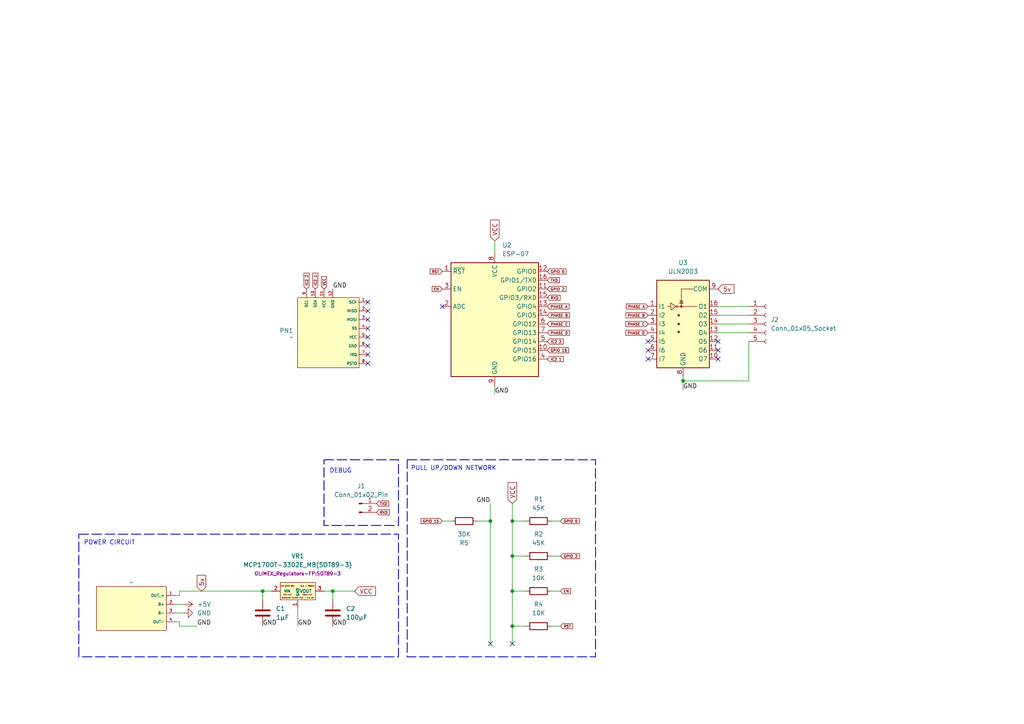
<source format=kicad_sch>
(kicad_sch (version 20250114) (generator "eeschema") (generator_version "9.0")
  (paper "A4")
  (lib_symbols
    (symbol "Connector:Conn_01x02_Pin" (pin_names (offset 1.016) (hide yes))
      (property "Reference" "J" (at 0 2.54 0))
      (property "Value" "Conn_01x02_Pin" (at 0 -5.08 0))
      (symbol "Conn_01x02_Pin_1_1"
        (rectangle (start 0.8636 0.127) (end 0 -0.127) (stroke (width 0.1524)) (fill (type outline)))
        (rectangle (start 0.8636 -2.413) (end 0 -2.667) (stroke (width 0.1524)) (fill (type outline)))
        (polyline (pts (xy 1.27 0) (xy 0.8636 0)) (stroke (width 0.1524)))
        (polyline (pts (xy 1.27 -2.54) (xy 0.8636 -2.54)) (stroke (width 0.1524)))
        (pin passive line (at 5.08 0 180) (length 3.81) (name "Pin_1") (number "1"))
        (pin passive line (at 5.08 -2.54 180) (length 3.81) (name "Pin_2") (number "2"))
      )
    )
    (symbol "Connector:Conn_01x05_Socket" (pin_names (offset 1.016) (hide yes))
      (property "Reference" "J" (at 0 7.62 0))
      (property "Value" "Conn_01x05_Socket" (at 0 -7.62 0))
      (symbol "Conn_01x05_Socket_1_1"
        (polyline (pts (xy -1.27 5.08) (xy -0.508 5.08)) (stroke (width 0.1524)))
        (polyline (pts (xy -1.27 2.54) (xy -0.508 2.54)) (stroke (width 0.1524)))
        (polyline (pts (xy -1.27 0) (xy -0.508 0)) (stroke (width 0.1524)))
        (polyline (pts (xy -1.27 -2.54) (xy -0.508 -2.54)) (stroke (width 0.1524)))
        (polyline (pts (xy -1.27 -5.08) (xy -0.508 -5.08)) (stroke (width 0.1524)))
        (arc (start 0 4.572) (mid -0.5058 5.08) (end 0 5.588) (stroke (width 0.1524)))
        (arc (start 0 2.032) (mid -0.5058 2.54) (end 0 3.048) (stroke (width 0.1524)))
        (arc (start 0 -0.508) (mid -0.5058 0) (end 0 0.508) (stroke (width 0.1524)))
        (arc (start 0 -3.048) (mid -0.5058 -2.54) (end 0 -2.032) (stroke (width 0.1524)))
        (arc (start 0 -5.588) (mid -0.5058 -5.08) (end 0 -4.572) (stroke (width 0.1524)))
        (pin passive line (at -5.08 5.08 0) (length 3.81) (name "Pin_1") (number "1"))
        (pin passive line (at -5.08 2.54 0) (length 3.81) (name "Pin_2") (number "2"))
        (pin passive line (at -5.08 0 0) (length 3.81) (name "Pin_3") (number "3"))
        (pin passive line (at -5.08 -2.54 0) (length 3.81) (name "Pin_4") (number "4"))
        (pin passive line (at -5.08 -5.08 0) (length 3.81) (name "Pin_5") (number "5"))
      )
    )
    (symbol "Device:C" (pin_numbers (hide yes)) (pin_names (offset 0.254))
      (property "Reference" "C" (at 0.635 2.54 0))
      (property "Value" "C" (at 0.635 -2.54 0))
      (symbol "C_0_1"
        (polyline (pts (xy -2.032 0.762) (xy 2.032 0.762)) (stroke (width 0.508)))
        (polyline (pts (xy -2.032 -0.762) (xy 2.032 -0.762)) (stroke (width 0.508)))
      )
      (symbol "C_1_1"
        (pin passive line (at 0 3.81 270) (length 2.794) (name "~") (number "1"))
        (pin passive line (at 0 -3.81 90) (length 2.794) (name "~") (number "2"))
      )
    )
    (symbol "Device:R" (pin_numbers (hide yes)) (pin_names (offset 0))
      (property "Reference" "R" (at 2.032 0 90))
      (property "Value" "R" (at 0 0 90))
      (symbol "R_0_1"
        (rectangle (start -1.016 -2.54) (end 1.016 2.54) (stroke (width 0.254)))
      )
      (symbol "R_1_1"
        (pin passive line (at 0 3.81 270) (length 1.27) (name "~") (number "1"))
        (pin passive line (at 0 -3.81 90) (length 1.27) (name "~") (number "2"))
      )
    )
    (symbol "OLIMEX_Regulators:MCP1700T-3302E_MB(SOT89-3)" (pin_names (offset 1.016))
      (property "Reference" "VR" (at -1.27 5.08 0))
      (property "Value" "MCP1700T-3302E_MB(SOT89-3)" (at -12.7 3.175 0))
      (property "Footprint" "OLIMEX_Regulators-FP:SOT89-3" (at 0 -7.62 0))
      (symbol "MCP1700T-3302E_MB(SOT89-3)_1_0"
        (rectangle (start -5.08 2.54) (end 5.08 -2.54) (fill (type background)))
        (text "Vin=(2.3-6)V" (at -2.921 1.524 0) (effects (font (size 0.381 0.381))))
        (text "Cin=1uF" (at -2.921 -1.016 0) (effects (font (size 0.381 0.381))))
        (text "Quiescent Current (Typ. = 1.6 uA)" (at 0 -1.905 0) (effects (font (size 0.3556 0.3556) (bold yes) (italic yes))))
        (text "Iout = 250mA" (at 2.794 1.524 0) (effects (font (size 0.381 0.381))))
        (text "Cout=1uF" (at 2.794 -1.016 0) (effects (font (size 0.381 0.381))))
      )
      (symbol "MCP1700T-3302E_MB(SOT89-3)_1_1"
        (pin input line (at -7.62 0 0) (length 2.54) (name "VIN") (number "2"))
        (pin power_in line (at 0 -5.08 90) (length 2.54) (name "GND") (number "1"))
        (pin power_out line (at 7.62 0 180) (length 2.54) (name "VOUT") (number "3"))
      )
    )
    (symbol "RF_Module:ESP-07"
      (property "Reference" "U" (at -12.7 19.05 0))
      (property "Value" "ESP-07" (at 12.7 19.05 0))
      (symbol "ESP-07_0_1"
        (rectangle (start -12.7 17.78) (end 12.7 -15.24) (stroke (width 0.254)) (fill (type background)))
      )
      (symbol "ESP-07_1_1"
        (pin input line (at -15.24 15.24 0) (length 2.54) (name "~{RST}") (number "1"))
        (pin input line (at -15.24 10.16 0) (length 2.54) (name "EN") (number "3"))
        (pin input line (at -15.24 5.08 0) (length 2.54) (name "ADC") (number "2"))
        (pin power_in line (at 0 20.32 270) (length 2.54) (name "VCC") (number "8"))
        (pin power_in line (at 0 -17.78 90) (length 2.54) (name "GND") (number "9"))
        (pin bidirectional line (at 15.24 15.24 180) (length 2.54) (name "GPIO0") (number "12"))
        (pin bidirectional line (at 15.24 12.7 180) (length 2.54) (name "GPIO1/TXD") (number "16"))
        (pin bidirectional line (at 15.24 10.16 180) (length 2.54) (name "GPIO2") (number "11"))
        (pin bidirectional line (at 15.24 7.62 180) (length 2.54) (name "GPIO3/RXD") (number "15"))
        (pin bidirectional line (at 15.24 5.08 180) (length 2.54) (name "GPIO4") (number "13"))
        (pin bidirectional line (at 15.24 2.54 180) (length 2.54) (name "GPIO5") (number "14"))
        (pin bidirectional line (at 15.24 0 180) (length 2.54) (name "GPIO12") (number "6"))
        (pin bidirectional line (at 15.24 -2.54 180) (length 2.54) (name "GPIO13") (number "7"))
        (pin bidirectional line (at 15.24 -5.08 180) (length 2.54) (name "GPIO14") (number "5"))
        (pin bidirectional line (at 15.24 -7.62 180) (length 2.54) (name "GPIO15") (number "10"))
        (pin bidirectional line (at 15.24 -10.16 180) (length 2.54) (name "GPIO16") (number "4"))
      )
    )
    (symbol "Transistor_Array:ULN2003"
      (property "Reference" "U" (at 0 15.875 0))
      (property "Value" "ULN2003" (at 0 13.97 0))
      (symbol "ULN2003_0_1"
        (rectangle (start -7.62 -12.7) (end 7.62 12.7) (stroke (width 0.254)) (fill (type background)))
        (polyline (pts (xy -4.572 5.08) (xy -3.556 5.08)))
        (polyline (pts (xy -3.556 6.096) (xy -3.556 4.064) (xy -2.032 5.08) (xy -3.556 6.096)))
        (circle (center -1.778 5.08) (radius 0.254))
        (polyline (pts (xy -1.524 5.08) (xy 4.064 5.08)))
        (circle (center -1.27 2.54) (radius 0.254) (fill (type outline)))
        (circle (center -1.27 0) (radius 0.254) (fill (type outline)))
        (circle (center -1.27 -2.286) (radius 0.254) (fill (type outline)))
        (circle (center -0.508 5.08) (radius 0.254) (fill (type outline)))
        (polyline (pts (xy -0.508 5.08) (xy -0.508 10.16) (xy 2.921 10.16)))
        (polyline (pts (xy 0 6.731) (xy -1.016 6.731)))
        (polyline (pts (xy 0 5.969) (xy -1.016 5.969) (xy -0.508 6.731) (xy 0 5.969)))
      )
      (symbol "ULN2003_1_1"
        (pin input line (at -10.16 5.08 0) (length 2.54) (name "I1") (number "1"))
        (pin input line (at -10.16 2.54 0) (length 2.54) (name "I2") (number "2"))
        (pin input line (at -10.16 0 0) (length 2.54) (name "I3") (number "3"))
        (pin input line (at -10.16 -2.54 0) (length 2.54) (name "I4") (number "4"))
        (pin input line (at -10.16 -5.08 0) (length 2.54) (name "I5") (number "5"))
        (pin input line (at -10.16 -7.62 0) (length 2.54) (name "I6") (number "6"))
        (pin input line (at -10.16 -10.16 0) (length 2.54) (name "I7") (number "7"))
        (pin power_in line (at 0 -15.24 90) (length 2.54) (name "GND") (number "8"))
        (pin passive line (at 10.16 10.16 180) (length 2.54) (name "COM") (number "9"))
        (pin open_collector line (at 10.16 5.08 180) (length 2.54) (name "O1") (number "16"))
        (pin open_collector line (at 10.16 2.54 180) (length 2.54) (name "O2") (number "15"))
        (pin open_collector line (at 10.16 0 180) (length 2.54) (name "O3") (number "14"))
        (pin open_collector line (at 10.16 -2.54 180) (length 2.54) (name "O4") (number "13"))
        (pin open_collector line (at 10.16 -5.08 180) (length 2.54) (name "O5") (number "12"))
        (pin open_collector line (at 10.16 -7.62 180) (length 2.54) (name "O6") (number "11"))
        (pin open_collector line (at 10.16 -10.16 180) (length 2.54) (name "O7") (number "10"))
      )
    )
    (symbol "msv-pcb-utils:PN532 Module V3"
      (property "Reference" "PN532" (at -0.508 -0.508 0))
      (symbol "PN532 Module V3_1_0"
        (rectangle (start -8.89 10.16) (end 8.89 -10.16) (fill (type background)))
      )
      (symbol "PN532 Module V3_1_1"
        (pin bidirectional line (at -6.35 12.7 270) (length 2.54) (name "SCL") (number "9"))
        (pin bidirectional line (at -3.81 12.7 270) (length 2.54) (name "SDA") (number "10"))
        (pin power_in line (at -1.27 12.7 270) (length 2.54) (name "VCC") (number "11"))
        (pin power_in line (at 1.27 12.7 270) (length 2.54) (name "GND") (number "12"))
        (pin bidirectional line (at 11.43 8.89 180) (length 2.54) (name "SCK") (number "1"))
        (pin bidirectional line (at 11.43 6.35 180) (length 2.54) (name "MISO") (number "2"))
        (pin bidirectional line (at 11.43 3.81 180) (length 2.54) (name "MOSI") (number "3"))
        (pin bidirectional line (at 11.43 1.27 180) (length 2.54) (name "SS") (number "4"))
        (pin power_in line (at 11.43 -1.27 180) (length 2.54) (name "VCC") (number "5"))
        (pin power_in line (at 11.43 -3.81 180) (length 2.54) (name "GND") (number "6"))
        (pin bidirectional line (at 11.43 -6.35 180) (length 2.54) (name "IRQ") (number "7"))
        (pin bidirectional line (at 11.43 -8.89 180) (length 2.54) (name "RSTO") (number "8"))
      )
    )
    (symbol "msv-pcb-utils:TP4056_Charging_Module_Type_C"
      (symbol "TP4056_Charging_Module_Type_C_1_0"
        (rectangle (start -10.16 6.35) (end 10.16 -6.35) (fill (type background)))
      )
      (symbol "TP4056_Charging_Module_Type_C_1_1"
        (pin power_out line (at 12.7 3.81 180) (length 2.54) (name "OUT_+") (number "1"))
        (pin power_out line (at 12.7 1.27 180) (length 2.54) (name "B+") (number "2"))
        (pin power_in line (at 12.7 -1.27 180) (length 2.54) (name "B-") (number "3"))
        (pin power_out line (at 12.7 -3.81 180) (length 2.54) (name "OUT-") (number "4"))
      )
    )
    (symbol "power:+5V" (power) (pin_numbers (hide yes)) (pin_names (offset 0) (hide yes))
      (property "Value" "+5V" (at 0 3.556 0))
      (symbol "+5V_0_1"
        (polyline (pts (xy -0.762 1.27) (xy 0 2.54)))
        (polyline (pts (xy 0 2.54) (xy 0.762 1.27)))
        (polyline (pts (xy 0 0) (xy 0 2.54)))
      )
      (symbol "+5V_1_1"
        (pin power_in line (at 0 0 90) (length 0) (name "~") (number "1"))
      )
    )
    (symbol "power:GND" (power) (pin_numbers (hide yes)) (pin_names (offset 0) (hide yes))
      (property "Value" "GND" (at 0 -3.81 0))
      (symbol "GND_0_1"
        (polyline (pts (xy 0 0) (xy 0 -1.27) (xy 1.27 -1.27) (xy 0 -2.54) (xy -1.27 -1.27) (xy 0 -1.27)))
      )
      (symbol "GND_1_1"
        (pin power_in line (at 0 0 270) (length 0) (name "~") (number "1"))
      )
    )
  )
  (rectangle (start 22.86 154.94) (end 115.57 190.5) (stroke (width 0.254) (type dash)))
  (rectangle (start 118.11 133.35) (end 172.72 190.5) (stroke (width 0.254) (type dash)))
  (rectangle (start 93.98 133.35) (end 115.57 152.4) (stroke (width 0.254) (type dash)))
  (text "PULL UP/DOWN NETWORK" (at 131.572 135.89 0) (effects (font (size 1.27 1.27))))
  (text "POWER CIRCUIT" (at 31.75 157.48 0) (effects (font (size 1.27 1.27))))
  (text "DEBUG" (at 98.806 136.652 0) (effects (font (size 1.27 1.27))))
  (junction (at 148.59 181.61))
  (junction (at 148.59 171.45))
  (junction (at 96.52 171.45))
  (junction (at 198.12 110.49))
  (junction (at 76.2 171.45))
  (junction (at 142.24 151.13))
  (junction (at 148.59 161.29))
  (junction (at 148.59 151.13))
  (no_connect (at 106.68 95.25))
  (no_connect (at 106.68 90.17))
  (no_connect (at 208.28 99.06))
  (no_connect (at 106.68 102.87))
  (no_connect (at 148.59 186.69))
  (no_connect (at 106.68 87.63))
  (no_connect (at 187.96 101.6))
  (no_connect (at 128.27 88.9))
  (no_connect (at 106.68 97.79))
  (no_connect (at 187.96 104.14))
  (no_connect (at 106.68 105.41))
  (no_connect (at 208.28 101.6))
  (no_connect (at 142.24 186.69))
  (no_connect (at 106.68 100.33))
  (no_connect (at 208.28 104.14))
  (no_connect (at 187.96 99.06))
  (no_connect (at 106.68 92.71))
  (wire (pts (xy 208.28 91.44) (xy 217.17 91.44)))
  (wire (pts (xy 76.2 171.45) (xy 76.2 173.99)))
  (wire (pts (xy 142.24 146.05) (xy 142.24 151.13)))
  (wire (pts (xy 52.07 181.61) (xy 57.15 181.61)))
  (wire (pts (xy 148.59 171.45) (xy 148.59 181.61)))
  (wire (pts (xy 148.59 146.05) (xy 148.59 151.13)))
  (wire (pts (xy 148.59 181.61) (xy 152.4 181.61)))
  (wire (pts (xy 52.07 171.45) (xy 76.2 171.45)))
  (wire (pts (xy 160.02 181.61) (xy 162.56 181.61)))
  (wire (pts (xy 208.28 96.52) (xy 217.17 96.52)))
  (wire (pts (xy 96.52 171.45) (xy 96.52 173.99)))
  (wire (pts (xy 148.59 151.13) (xy 148.59 161.29)))
  (wire (pts (xy 217.17 99.06) (xy 217.17 110.49)))
  (wire (pts (xy 143.51 69.85) (xy 143.51 73.66)))
  (wire (pts (xy 130.81 151.13) (xy 128.27 151.13)))
  (wire (pts (xy 160.02 161.29) (xy 162.56 161.29)))
  (wire (pts (xy 198.12 110.49) (xy 198.12 109.22)))
  (wire (pts (xy 160.02 151.13) (xy 162.56 151.13)))
  (wire (pts (xy 93.98 171.45) (xy 96.52 171.45)))
  (wire (pts (xy 148.59 186.69) (xy 148.59 181.61)))
  (wire (pts (xy 208.28 88.9) (xy 217.17 88.9)))
  (wire (pts (xy 52.07 180.34) (xy 52.07 181.61)))
  (wire (pts (xy 50.8 180.34) (xy 52.07 180.34)))
  (wire (pts (xy 160.02 171.45) (xy 162.56 171.45)))
  (wire (pts (xy 208.28 93.98) (xy 217.17 93.98)))
  (wire (pts (xy 143.51 111.76) (xy 143.51 114.3)))
  (wire (pts (xy 50.8 177.8) (xy 53.34 177.8)))
  (wire (pts (xy 198.12 113.03) (xy 198.12 110.49)))
  (wire (pts (xy 50.8 175.26) (xy 53.34 175.26)))
  (wire (pts (xy 217.17 110.49) (xy 198.12 110.49)))
  (wire (pts (xy 86.36 181.61) (xy 86.36 176.53)))
  (wire (pts (xy 50.8 172.72) (xy 52.07 172.72)))
  (wire (pts (xy 148.59 161.29) (xy 152.4 161.29)))
  (wire (pts (xy 52.07 172.72) (xy 52.07 171.45)))
  (wire (pts (xy 148.59 151.13) (xy 152.4 151.13)))
  (wire (pts (xy 142.24 151.13) (xy 142.24 186.69)))
  (wire (pts (xy 148.59 161.29) (xy 148.59 171.45)))
  (wire (pts (xy 138.43 151.13) (xy 142.24 151.13)))
  (wire (pts (xy 96.52 171.45) (xy 102.87 171.45)))
  (wire (pts (xy 148.59 171.45) (xy 152.4 171.45)))
  (wire (pts (xy 78.74 171.45) (xy 76.2 171.45)))
  (label "GND" (at 143.51 114.3 0))
  (label "GND" (at 86.36 181.61 0))
  (label "GND" (at 76.2 181.61 0))
  (label "GND" (at 57.15 181.61 0))
  (label "GND" (at 96.52 181.61 0))
  (label "GND" (at 142.24 146.05 180))
  (label "GND" (at 198.12 113.03 0))
  (label "GND" (at 96.52 83.82 0))
  (global_label "PHASE B" (shape input) (at 187.96 91.44 180) (effects (font (size 0.762 0.762))) (property "Intersheetrefs" "${INTERSHEET_REFS}" (effects (hide yes))))
  (global_label "VCC" (shape input) (at 102.87 171.45 0) (property "Intersheetrefs" "${INTERSHEET_REFS}" (effects (hide yes))))
  (global_label "TXD" (shape input) (at 109.22 146.05 0) (effects (font (size 0.762 0.762))) (property "Intersheetrefs" "${INTERSHEET_REFS}" (effects (hide yes))))
  (global_label "IC2 2" (shape input) (at 158.75 99.06 0) (effects (font (size 0.762 0.762))) (property "Intersheetrefs" "${INTERSHEET_REFS}" (effects (hide yes))))
  (global_label "PHASE B" (shape input) (at 158.75 91.44 0) (effects (font (size 0.762 0.762))) (property "Intersheetrefs" "${INTERSHEET_REFS}" (effects (hide yes))))
  (global_label "EN" (shape input) (at 128.27 83.82 180) (effects (font (size 0.762 0.762))) (property "Intersheetrefs" "${INTERSHEET_REFS}" (effects (hide yes))))
  (global_label "IC2 1" (shape input) (at 91.44 83.82 90) (effects (font (size 0.762 0.762))) (property "Intersheetrefs" "${INTERSHEET_REFS}" (effects (hide yes))))
  (global_label "PHASE C" (shape input) (at 187.96 93.98 180) (effects (font (size 0.762 0.762))) (property "Intersheetrefs" "${INTERSHEET_REFS}" (effects (hide yes))))
  (global_label "RXD" (shape input) (at 109.22 148.59 0) (effects (font (size 0.762 0.762))) (property "Intersheetrefs" "${INTERSHEET_REFS}" (effects (hide yes))))
  (global_label "GPIO 0" (shape input) (at 162.56 151.13 0) (effects (font (size 0.762 0.762))) (property "Intersheetrefs" "${INTERSHEET_REFS}" (effects (hide yes))))
  (global_label "5v" (shape input) (at 58.42 171.45 90) (property "Intersheetrefs" "${INTERSHEET_REFS}" (effects (hide yes))))
  (global_label "PHASE A" (shape input) (at 158.75 88.9 0) (effects (font (size 0.762 0.762))) (property "Intersheetrefs" "${INTERSHEET_REFS}" (effects (hide yes))))
  (global_label "VCC" (shape input) (at 148.59 146.05 90) (property "Intersheetrefs" "${INTERSHEET_REFS}" (effects (hide yes))))
  (global_label "IC2 2" (shape input) (at 88.9 83.82 90) (effects (font (size 0.762 0.762))) (property "Intersheetrefs" "${INTERSHEET_REFS}" (effects (hide yes))))
  (global_label "TXD" (shape input) (at 158.75 81.28 0) (effects (font (size 0.762 0.762))) (property "Intersheetrefs" "${INTERSHEET_REFS}" (effects (hide yes))))
  (global_label "VCC" (shape input) (at 143.51 69.85 90) (property "Intersheetrefs" "${INTERSHEET_REFS}" (effects (hide yes))))
  (global_label "RST" (shape input) (at 128.27 78.74 180) (effects (font (size 0.762 0.762))) (property "Intersheetrefs" "${INTERSHEET_REFS}" (effects (hide yes))))
  (global_label "GPIO 15" (shape input) (at 158.75 101.6 0) (effects (font (size 0.762 0.762))) (property "Intersheetrefs" "${INTERSHEET_REFS}" (effects (hide yes))))
  (global_label "IC2 1" (shape input) (at 158.75 104.14 0) (effects (font (size 0.762 0.762))) (property "Intersheetrefs" "${INTERSHEET_REFS}" (effects (hide yes))))
  (global_label "RST" (shape input) (at 162.56 181.61 0) (effects (font (size 0.762 0.762))) (property "Intersheetrefs" "${INTERSHEET_REFS}" (effects (hide yes))))
  (global_label "5v" (shape input) (at 208.28 83.82 0) (property "Intersheetrefs" "${INTERSHEET_REFS}" (effects (hide yes))))
  (global_label "PHASE D" (shape input) (at 187.96 96.52 180) (effects (font (size 0.762 0.762))) (property "Intersheetrefs" "${INTERSHEET_REFS}" (effects (hide yes))))
  (global_label "GPIO 0" (shape input) (at 158.75 78.74 0) (effects (font (size 0.762 0.762))) (property "Intersheetrefs" "${INTERSHEET_REFS}" (effects (hide yes))))
  (global_label "GPIO 2" (shape input) (at 158.75 83.82 0) (effects (font (size 0.762 0.762))) (property "Intersheetrefs" "${INTERSHEET_REFS}" (effects (hide yes))))
  (global_label "PHASE A" (shape input) (at 187.96 88.9 180) (effects (font (size 0.762 0.762))) (property "Intersheetrefs" "${INTERSHEET_REFS}" (effects (hide yes))))
  (global_label "PHASE C" (shape input) (at 158.75 93.98 0) (effects (font (size 0.762 0.762))) (property "Intersheetrefs" "${INTERSHEET_REFS}" (effects (hide yes))))
  (global_label "GPIO 2" (shape input) (at 162.56 161.29 0) (effects (font (size 0.762 0.762))) (property "Intersheetrefs" "${INTERSHEET_REFS}" (effects (hide yes))))
  (global_label "EN" (shape input) (at 162.56 171.45 0) (effects (font (size 0.762 0.762))) (property "Intersheetrefs" "${INTERSHEET_REFS}" (effects (hide yes))))
  (global_label "VCC" (shape input) (at 93.98 83.82 90) (effects (font (size 0.762 0.762))) (property "Intersheetrefs" "${INTERSHEET_REFS}" (effects (hide yes))))
  (global_label "PHASE D" (shape input) (at 158.75 96.52 0) (effects (font (size 0.762 0.762))) (property "Intersheetrefs" "${INTERSHEET_REFS}" (effects (hide yes))))
  (global_label "GPIO 15" (shape input) (at 128.27 151.13 180) (effects (font (size 0.762 0.762))) (property "Intersheetrefs" "${INTERSHEET_REFS}" (effects (hide yes))))
  (global_label "RXD" (shape input) (at 158.75 86.36 0) (effects (font (size 0.762 0.762))) (property "Intersheetrefs" "${INTERSHEET_REFS}" (effects (hide yes))))
  (symbol (lib_id "Device:R") (at 156.21 181.61 90) (unit 1)
    (property "Reference" "R4" (at 156.21 175.26 90))
    (property "Value" "10K" (at 156.21 177.8 90))
    (property "Footprint" "Resistor_SMD:R_0805_2012Metric_Pad1.20x1.40mm_HandSolder" (effects (hide yes)))
    (property "Description" "Resistor" (effects (hide yes)))
  )
  (symbol (lib_id "Device:R") (at 156.21 151.13 90) (unit 1)
    (property "Reference" "R1" (at 156.21 144.78 90))
    (property "Value" "45K" (at 156.21 147.32 90))
    (property "Footprint" "Resistor_SMD:R_0805_2012Metric_Pad1.20x1.40mm_HandSolder" (effects (hide yes)))
    (property "Description" "Resistor" (effects (hide yes)))
  )
  (symbol (lib_id "RF_Module:ESP-07") (at 143.51 93.98 0) (unit 1)
    (property "Reference" "U2" (at 145.6533 71.12 0) (effects (justify left)))
    (property "Value" "ESP-07" (at 145.6533 73.66 0) (effects (justify left)))
    (property "Footprint" "RF_Module:ESP-07" (effects (hide yes)))
    (property "Datasheet" "http://wiki.ai-thinker.com/_media/esp8266/esp8266_series_modules_user_manual_v1.1.pdf" (effects (hide yes)))
    (property "Description" "802.11 b/g/n Wi-Fi Module" (effects (hide yes)))
  )
  (symbol (lib_id "OLIMEX_Regulators:MCP1700T-3302E_MB(SOT89-3)") (at 86.36 171.45 0) (unit 1)
    (property "Reference" "VR1" (at 86.36 161.29 0))
    (property "Value" "MCP1700T-3302E_MB(SOT89-3)" (at 86.36 163.83 0))
    (property "Footprint" "OLIMEX_Regulators-FP:SOT89-3" (at 86.36 166.37 0) (effects (font (size 1.016 1.016))))
    (property "Note" "PB-Free" (effects (hide yes)))
  )
  (symbol (lib_id "Device:C") (at 76.2 177.8 0) (unit 1)
    (property "Reference" "C1" (at 80.01 176.5299 0) (effects (justify left)))
    (property "Value" "1µF" (at 80.01 179.0699 0) (effects (justify left)))
    (property "Footprint" "Capacitor_SMD:C_0805_2012Metric_Pad1.18x1.45mm_HandSolder" (effects (hide yes)))
    (property "Description" "Unpolarized capacitor" (effects (hide yes)))
  )
  (symbol (lib_id "Device:R") (at 156.21 161.29 90) (unit 1)
    (property "Reference" "R2" (at 156.21 154.94 90))
    (property "Value" "45K" (at 156.21 157.48 90))
    (property "Footprint" "Resistor_SMD:R_0805_2012Metric_Pad1.20x1.40mm_HandSolder" (effects (hide yes)))
    (property "Description" "Resistor" (effects (hide yes)))
  )
  (symbol (lib_id "msv-pcb-utils:PN532 Module V3") (at 95.25 96.52 0) (unit 1)
    (property "Reference" "PN1" (at 85.09 95.8849 0) (effects (justify right)))
    (property "Value" "~" (at 85.09 97.79 0) (effects (justify right)))
    (property "Footprint" "msv-pcb-utils:PN532 Module V3" (effects (hide yes)))
  )
  (symbol (lib_id "Device:R") (at 134.62 151.13 270) (unit 1)
    (property "Reference" "R5" (at 134.62 157.48 90))
    (property "Value" "30K" (at 134.62 154.94 90))
    (property "Footprint" "Resistor_SMD:R_0805_2012Metric_Pad1.20x1.40mm_HandSolder" (effects (hide yes)))
    (property "Description" "Resistor" (effects (hide yes)))
  )
  (symbol (lib_id "msv-pcb-utils:TP4056_Charging_Module_Type_C") (at 38.1 176.53 0) (unit 1)
    (property "Reference" "U1" (effects (hide yes)))
    (property "Value" "~" (at 38.1 168.91 0))
    (property "Footprint" "msv-pcb-utils:Charging Module" (effects (hide yes)))
  )
  (symbol (lib_id "power:+5V") (at 53.34 175.26 270) (unit 1)
    (property "Reference" "#PWR01" (effects (hide yes)))
    (property "Value" "+5V" (at 57.15 175.2599 90) (effects (justify left)))
    (property "Description" "Power symbol creates a global label with name \"+5V\"" (effects (hide yes)))
  )
  (symbol (lib_id "Transistor_Array:ULN2003") (at 198.12 93.98 0) (unit 1)
    (property "Reference" "U3" (at 198.12 76.2 0))
    (property "Value" "ULN2003" (at 198.12 78.74 0))
    (property "Footprint" "Package_DIP:DIP-16_W7.62mm_Socket_LongPads" (effects (hide yes)))
    (property "Datasheet" "http://www.ti.com/lit/ds/symlink/uln2003a.pdf" (effects (hide yes)))
    (property "Description" "High Voltage, High Current Darlington Transistor Arrays, SOIC16/SOIC16W/DIP16/TSSOP16" (effects (hide yes)))
  )
  (symbol (lib_id "Device:R") (at 156.21 171.45 90) (unit 1)
    (property "Reference" "R3" (at 156.21 165.1 90))
    (property "Value" "10K" (at 156.21 167.64 90))
    (property "Footprint" "Resistor_SMD:R_0805_2012Metric_Pad1.20x1.40mm_HandSolder" (effects (hide yes)))
    (property "Description" "Resistor" (effects (hide yes)))
  )
  (symbol (lib_id "Connector:Conn_01x02_Pin") (at 104.14 146.05 0) (unit 1)
    (property "Reference" "J1" (at 104.775 140.97 0))
    (property "Value" "Conn_01x02_Pin" (at 104.775 143.51 0))
    (property "Footprint" "Connector_PinHeader_1.27mm:PinHeader_1x02_P1.27mm_Vertical" (effects (hide yes)))
    (property "Description" "Generic connector, single row, 01x02, script generated" (effects (hide yes)))
  )
  (symbol (lib_id "Device:C") (at 96.52 177.8 0) (unit 1)
    (property "Reference" "C2" (at 100.33 176.5299 0) (effects (justify left)))
    (property "Value" "100µF" (at 100.33 179.0699 0) (effects (justify left)))
    (property "Footprint" "Capacitor_SMD:C_0805_2012Metric_Pad1.18x1.45mm_HandSolder" (effects (hide yes)))
    (property "Description" "Unpolarized capacitor" (effects (hide yes)))
  )
  (symbol (lib_id "power:GND") (at 53.34 177.8 90) (unit 1)
    (property "Reference" "#PWR02" (effects (hide yes)))
    (property "Value" "GND" (at 57.15 177.7999 90) (effects (justify right)))
    (property "Description" "Power symbol creates a global label with name \"GND\" , ground" (effects (hide yes)))
  )
  (symbol (lib_id "Connector:Conn_01x05_Socket") (at 222.25 93.98 0) (unit 1)
    (property "Reference" "J2" (at 223.52 92.7099 0) (effects (justify left)))
    (property "Value" "Conn_01x05_Socket" (at 223.52 95.2499 0) (effects (justify left)))
    (property "Footprint" "Connector_JST:JST_XH_B5B-XH-AM_1x05_P2.50mm_Vertical" (effects (hide yes)))
    (property "Description" "Generic connector, single row, 01x05, script generated" (effects (hide yes)))
  )
)
</source>
